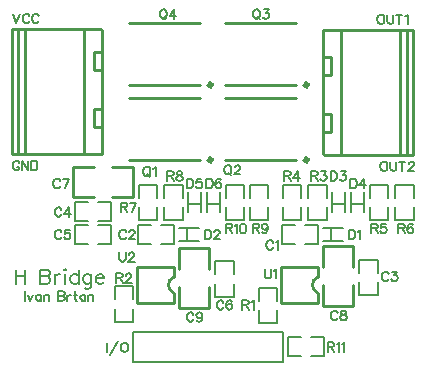
<source format=gto>
G04 ---------------------------- Layer name :TOP SILK LAYER*
G04 EasyEDA v5.6.10, Sun, 08 Jul 2018 18:09:17 GMT*
G04 afe9f61c7a5b4e3abdc74997a70e8aea*
G04 Gerber Generator version 0.2*
G04 Scale: 100 percent, Rotated: No, Reflected: No *
G04 Dimensions in inches *
G04 leading zeros omitted , absolute positions ,2 integer and 4 decimal *
%FSLAX24Y24*%
%MOIN*%
G90*
G70D02*

%ADD10C,0.010000*%
%ADD27C,0.007874*%
%ADD28C,0.007900*%
%ADD29C,0.008000*%
%ADD30C,0.007992*%
%ADD31C,0.015700*%
%ADD32C,0.006000*%
%ADD33C,0.005000*%

%LPD*%
G54D10*
G01X10521Y2200D02*
G01X9300Y2200D01*
G01X9300Y3420D02*
G01X9300Y2200D01*
G01X10521Y3420D02*
G01X9300Y3420D01*
G01X10530Y2200D02*
G01X10530Y2530D01*
G01X10530Y3090D02*
G01X10530Y3420D01*
G01X9771Y6965D02*
G01X7409Y6965D01*
G01X9771Y9035D02*
G01X7409Y9035D01*
G01X6571Y6965D02*
G01X4209Y6965D01*
G01X6571Y9035D02*
G01X4209Y9035D01*
G01X5719Y2200D02*
G01X4500Y2200D01*
G01X4500Y3421D02*
G01X4500Y2200D01*
G01X5719Y3420D02*
G01X4500Y3420D01*
G01X5730Y2200D02*
G01X5730Y2530D01*
G01X5730Y3090D02*
G01X5730Y3420D01*
G01X3305Y11328D02*
G01X3305Y7195D01*
G01X3309Y7195D02*
G01X317Y7195D01*
G01X2730Y11328D02*
G01X2730Y7195D01*
G01X765Y11328D02*
G01X765Y7195D01*
G01X3267Y8683D02*
G01X3053Y8683D01*
G01X3053Y8081D01*
G01X3267Y8081D01*
G01X3278Y10580D02*
G01X3065Y10580D01*
G01X3065Y9978D01*
G01X3278Y9978D01*
G01X305Y11328D02*
G01X305Y7195D01*
G01X517Y11328D02*
G01X517Y7195D01*
G01X3298Y11340D02*
G01X305Y11340D01*
G01X10694Y7171D02*
G01X10694Y11305D01*
G01X10690Y11305D02*
G01X13682Y11305D01*
G01X11268Y7171D02*
G01X11268Y11305D01*
G01X13234Y7171D02*
G01X13234Y11305D01*
G01X10732Y9817D02*
G01X10946Y9817D01*
G01X10946Y10419D01*
G01X10732Y10419D01*
G01X10721Y7920D02*
G01X10934Y7920D01*
G01X10934Y8522D01*
G01X10721Y8522D01*
G01X13694Y7171D02*
G01X13694Y11305D01*
G01X13481Y7171D02*
G01X13481Y11305D01*
G01X10702Y7159D02*
G01X13694Y7159D01*
G54D27*
G01X9164Y1978D02*
G01X9164Y1544D01*
G01X8535Y1544D01*
G01X8535Y1978D01*
G01X9164Y2292D02*
G01X9164Y2726D01*
G01X8771Y2726D01*
G01X8535Y2726D01*
G01X8535Y2292D01*
G01X4365Y2028D02*
G01X4365Y1594D01*
G01X3734Y1594D01*
G01X3734Y2028D01*
G01X4365Y2342D02*
G01X4365Y2776D01*
G01X3971Y2776D01*
G01X3734Y2776D01*
G01X3734Y2342D01*
G54D28*
G01X10960Y4717D02*
G01X10960Y4283D01*
G01X10685Y4717D02*
G01X11355Y4717D01*
G01X10685Y4283D02*
G01X11355Y4283D01*
G54D27*
G01X10072Y4815D02*
G01X10506Y4815D01*
G01X10506Y4185D01*
G01X10072Y4185D01*
G01X9757Y4815D02*
G01X9323Y4815D01*
G01X9323Y4421D01*
G01X9323Y4185D01*
G01X9757Y4185D01*
G54D28*
G01X6161Y4717D02*
G01X6161Y4283D01*
G01X5884Y4717D02*
G01X6555Y4717D01*
G01X5884Y4283D02*
G01X6555Y4283D01*
G54D27*
G01X5271Y4815D02*
G01X5705Y4815D01*
G01X5705Y4185D01*
G01X5271Y4185D01*
G01X4957Y4815D02*
G01X4523Y4815D01*
G01X4523Y4421D01*
G01X4523Y4185D01*
G01X4957Y4185D01*
G54D28*
G01X10982Y5511D02*
G01X11417Y5511D01*
G01X10982Y5235D02*
G01X10982Y5905D01*
G01X11417Y5235D02*
G01X11417Y5905D01*
G54D27*
G01X10185Y5722D02*
G01X10185Y6155D01*
G01X10814Y6155D01*
G01X10814Y5722D01*
G01X10185Y5407D02*
G01X10185Y4974D01*
G01X10578Y4974D01*
G01X10814Y4974D01*
G01X10814Y5407D01*
G01X9335Y5722D02*
G01X9335Y6155D01*
G01X9964Y6155D01*
G01X9964Y5722D01*
G01X9335Y5407D02*
G01X9335Y4974D01*
G01X9728Y4974D01*
G01X9964Y4974D01*
G01X9964Y5407D01*
G01X13085Y5722D02*
G01X13085Y6155D01*
G01X13714Y6155D01*
G01X13714Y5722D01*
G01X13085Y5407D02*
G01X13085Y4974D01*
G01X13478Y4974D01*
G01X13714Y4974D01*
G01X13714Y5407D01*
G54D28*
G01X11632Y5511D02*
G01X12067Y5511D01*
G01X11632Y5235D02*
G01X11632Y5905D01*
G01X12067Y5235D02*
G01X12067Y5905D01*
G54D27*
G01X12235Y5722D02*
G01X12235Y6155D01*
G01X12864Y6155D01*
G01X12864Y5722D01*
G01X12235Y5407D02*
G01X12235Y4974D01*
G01X12628Y4974D01*
G01X12864Y4974D01*
G01X12864Y5407D01*
G54D10*
G01X9771Y9465D02*
G01X7409Y9465D01*
G01X9771Y11535D02*
G01X7409Y11535D01*
G01X6571Y9465D02*
G01X4209Y9465D01*
G01X6571Y11535D02*
G01X4209Y11535D01*
G54D28*
G01X6182Y5511D02*
G01X6617Y5511D01*
G01X6182Y5235D02*
G01X6182Y5905D01*
G01X6617Y5235D02*
G01X6617Y5905D01*
G54D27*
G01X5384Y5722D02*
G01X5384Y6156D01*
G01X6015Y6156D01*
G01X6015Y5722D01*
G01X5384Y5408D02*
G01X5384Y4974D01*
G01X5778Y4974D01*
G01X6015Y4974D01*
G01X6015Y5408D01*
G01X4534Y5722D02*
G01X4534Y6156D01*
G01X5165Y6156D01*
G01X5165Y5722D01*
G01X4534Y5408D02*
G01X4534Y4974D01*
G01X4928Y4974D01*
G01X5165Y4974D01*
G01X5165Y5408D01*
G01X8235Y5722D02*
G01X8235Y6156D01*
G01X8864Y6156D01*
G01X8864Y5722D01*
G01X8235Y5408D02*
G01X8235Y4974D01*
G01X8628Y4974D01*
G01X8864Y4974D01*
G01X8864Y5408D01*
G54D28*
G01X6832Y5511D02*
G01X7267Y5511D01*
G01X6832Y5235D02*
G01X6832Y5905D01*
G01X7267Y5235D02*
G01X7267Y5905D01*
G54D27*
G01X7434Y5722D02*
G01X7434Y6156D01*
G01X8064Y6156D01*
G01X8064Y5722D01*
G01X7434Y5408D02*
G01X7434Y4974D01*
G01X7828Y4974D01*
G01X8064Y4974D01*
G01X8064Y5408D01*
G54D10*
G01X3050Y6750D02*
G01X2350Y6750D01*
G01X2350Y5750D01*
G01X3050Y5750D01*
G01X3650Y5750D02*
G01X4350Y5750D01*
G01X4350Y6750D01*
G01X3650Y6750D01*
G01X10700Y2800D02*
G01X10700Y2100D01*
G01X11700Y2100D01*
G01X11700Y2800D01*
G01X11700Y3400D02*
G01X11700Y4100D01*
G01X10700Y4100D01*
G01X10700Y3400D01*
G01X5900Y2750D02*
G01X5900Y2050D01*
G01X6900Y2050D01*
G01X6900Y2750D01*
G01X6900Y3350D02*
G01X6900Y4050D01*
G01X5900Y4050D01*
G01X5900Y3350D01*
G54D27*
G01X11885Y3222D02*
G01X11885Y3655D01*
G01X12514Y3655D01*
G01X12514Y3222D01*
G01X11885Y2907D02*
G01X11885Y2474D01*
G01X12278Y2474D01*
G01X12514Y2474D01*
G01X12514Y2907D01*
G01X3171Y5565D02*
G01X3605Y5565D01*
G01X3605Y4935D01*
G01X3171Y4935D01*
G01X2857Y5565D02*
G01X2423Y5565D01*
G01X2423Y5171D01*
G01X2423Y4935D01*
G01X2857Y4935D01*
G01X3171Y4815D02*
G01X3605Y4815D01*
G01X3605Y4185D01*
G01X3171Y4185D01*
G01X2857Y4815D02*
G01X2423Y4815D01*
G01X2423Y4421D01*
G01X2423Y4185D01*
G01X2857Y4185D01*
G01X7084Y3172D02*
G01X7084Y3606D01*
G01X7715Y3606D01*
G01X7715Y3172D01*
G01X7084Y2858D02*
G01X7084Y2424D01*
G01X7478Y2424D01*
G01X7715Y2424D01*
G01X7715Y2858D01*
G01X10272Y1065D02*
G01X10705Y1065D01*
G01X10705Y435D01*
G01X10272Y435D01*
G01X9956Y1065D02*
G01X9523Y1065D01*
G01X9523Y671D01*
G01X9523Y435D01*
G01X9956Y435D01*
G54D29*
G01X5100Y1250D02*
G01X4350Y1250D01*
G01X4350Y250D01*
G01X9350Y250D01*
G01X9350Y1250D01*
G54D30*
G01X9350Y1250D02*
G01X5100Y1250D01*
G54D32*
G01X8750Y3350D02*
G01X8750Y3131D01*
G01X8764Y3088D01*
G01X8793Y3059D01*
G01X8836Y3044D01*
G01X8865Y3044D01*
G01X8910Y3059D01*
G01X8939Y3088D01*
G01X8953Y3131D01*
G01X8953Y3350D01*
G01X9050Y3291D02*
G01X9078Y3306D01*
G01X9122Y3350D01*
G01X9122Y3044D01*
G01X7486Y6805D02*
G01X7457Y6790D01*
G01X7428Y6761D01*
G01X7415Y6732D01*
G01X7400Y6688D01*
G01X7400Y6615D01*
G01X7415Y6572D01*
G01X7428Y6543D01*
G01X7457Y6514D01*
G01X7486Y6499D01*
G01X7544Y6499D01*
G01X7575Y6514D01*
G01X7603Y6543D01*
G01X7617Y6572D01*
G01X7632Y6615D01*
G01X7632Y6688D01*
G01X7617Y6732D01*
G01X7603Y6761D01*
G01X7575Y6790D01*
G01X7544Y6805D01*
G01X7486Y6805D01*
G01X7530Y6557D02*
G01X7617Y6470D01*
G01X7742Y6732D02*
G01X7742Y6746D01*
G01X7757Y6775D01*
G01X7771Y6790D01*
G01X7801Y6805D01*
G01X7859Y6805D01*
G01X7888Y6790D01*
G01X7903Y6775D01*
G01X7917Y6746D01*
G01X7917Y6717D01*
G01X7903Y6688D01*
G01X7873Y6645D01*
G01X7728Y6499D01*
G01X7932Y6499D01*
G01X4786Y6750D02*
G01X4757Y6735D01*
G01X4728Y6706D01*
G01X4715Y6676D01*
G01X4700Y6633D01*
G01X4700Y6560D01*
G01X4715Y6517D01*
G01X4728Y6488D01*
G01X4757Y6459D01*
G01X4786Y6444D01*
G01X4844Y6444D01*
G01X4875Y6459D01*
G01X4903Y6488D01*
G01X4917Y6517D01*
G01X4932Y6560D01*
G01X4932Y6633D01*
G01X4917Y6676D01*
G01X4903Y6706D01*
G01X4875Y6735D01*
G01X4844Y6750D01*
G01X4786Y6750D01*
G01X4830Y6501D02*
G01X4917Y6415D01*
G01X5028Y6691D02*
G01X5057Y6706D01*
G01X5101Y6750D01*
G01X5101Y6444D01*
G01X3900Y3900D02*
G01X3900Y3681D01*
G01X3915Y3638D01*
G01X3944Y3609D01*
G01X3986Y3594D01*
G01X4015Y3594D01*
G01X4059Y3609D01*
G01X4088Y3638D01*
G01X4103Y3681D01*
G01X4103Y3900D01*
G01X4213Y3826D02*
G01X4213Y3841D01*
G01X4228Y3870D01*
G01X4242Y3885D01*
G01X4271Y3900D01*
G01X4330Y3900D01*
G01X4359Y3885D01*
G01X4373Y3870D01*
G01X4388Y3841D01*
G01X4388Y3812D01*
G01X4373Y3783D01*
G01X4344Y3740D01*
G01X4200Y3594D01*
G01X4403Y3594D01*
G01X8000Y2300D02*
G01X8000Y1994D01*
G01X8000Y2300D02*
G01X8131Y2300D01*
G01X8175Y2285D01*
G01X8189Y2270D01*
G01X8203Y2241D01*
G01X8203Y2212D01*
G01X8189Y2183D01*
G01X8175Y2169D01*
G01X8131Y2153D01*
G01X8000Y2153D01*
G01X8102Y2153D02*
G01X8203Y1994D01*
G01X8300Y2241D02*
G01X8328Y2256D01*
G01X8372Y2300D01*
G01X8372Y1994D01*
G01X3800Y3200D02*
G01X3800Y2894D01*
G01X3800Y3200D02*
G01X3930Y3200D01*
G01X3975Y3185D01*
G01X3988Y3170D01*
G01X4003Y3141D01*
G01X4003Y3112D01*
G01X3988Y3083D01*
G01X3975Y3069D01*
G01X3930Y3053D01*
G01X3800Y3053D01*
G01X3901Y3053D02*
G01X4003Y2894D01*
G01X4113Y3126D02*
G01X4113Y3141D01*
G01X4128Y3170D01*
G01X4142Y3185D01*
G01X4171Y3200D01*
G01X4230Y3200D01*
G01X4259Y3185D01*
G01X4273Y3170D01*
G01X4288Y3141D01*
G01X4288Y3112D01*
G01X4273Y3083D01*
G01X4244Y3040D01*
G01X4100Y2894D01*
G01X4303Y2894D01*
G01X11550Y4650D02*
G01X11550Y4344D01*
G01X11550Y4650D02*
G01X11652Y4650D01*
G01X11694Y4635D01*
G01X11725Y4606D01*
G01X11739Y4576D01*
G01X11753Y4533D01*
G01X11753Y4460D01*
G01X11739Y4417D01*
G01X11725Y4388D01*
G01X11694Y4359D01*
G01X11652Y4344D01*
G01X11550Y4344D01*
G01X11850Y4591D02*
G01X11878Y4606D01*
G01X11922Y4650D01*
G01X11922Y4344D01*
G01X9018Y4226D02*
G01X9003Y4256D01*
G01X8975Y4285D01*
G01X8944Y4300D01*
G01X8886Y4300D01*
G01X8857Y4285D01*
G01X8828Y4256D01*
G01X8814Y4226D01*
G01X8800Y4183D01*
G01X8800Y4110D01*
G01X8814Y4067D01*
G01X8828Y4038D01*
G01X8857Y4009D01*
G01X8886Y3994D01*
G01X8944Y3994D01*
G01X8975Y4009D01*
G01X9003Y4038D01*
G01X9018Y4067D01*
G01X9114Y4241D02*
G01X9143Y4256D01*
G01X9186Y4300D01*
G01X9186Y3994D01*
G01X6750Y4650D02*
G01X6750Y4344D01*
G01X6750Y4650D02*
G01X6851Y4650D01*
G01X6894Y4635D01*
G01X6925Y4606D01*
G01X6938Y4576D01*
G01X6953Y4533D01*
G01X6953Y4460D01*
G01X6938Y4417D01*
G01X6925Y4388D01*
G01X6894Y4359D01*
G01X6851Y4344D01*
G01X6750Y4344D01*
G01X7063Y4576D02*
G01X7063Y4591D01*
G01X7078Y4620D01*
G01X7092Y4635D01*
G01X7121Y4650D01*
G01X7180Y4650D01*
G01X7209Y4635D01*
G01X7223Y4620D01*
G01X7238Y4591D01*
G01X7238Y4562D01*
G01X7223Y4533D01*
G01X7194Y4490D01*
G01X7050Y4344D01*
G01X7253Y4344D01*
G01X4117Y4576D02*
G01X4103Y4606D01*
G01X4075Y4635D01*
G01X4044Y4650D01*
G01X3986Y4650D01*
G01X3957Y4635D01*
G01X3928Y4606D01*
G01X3915Y4576D01*
G01X3900Y4533D01*
G01X3900Y4460D01*
G01X3915Y4417D01*
G01X3928Y4388D01*
G01X3957Y4359D01*
G01X3986Y4344D01*
G01X4044Y4344D01*
G01X4075Y4359D01*
G01X4103Y4388D01*
G01X4117Y4417D01*
G01X4228Y4576D02*
G01X4228Y4591D01*
G01X4242Y4620D01*
G01X4257Y4635D01*
G01X4286Y4650D01*
G01X4344Y4650D01*
G01X4373Y4635D01*
G01X4388Y4620D01*
G01X4403Y4591D01*
G01X4403Y4562D01*
G01X4388Y4533D01*
G01X4359Y4490D01*
G01X4213Y4344D01*
G01X4417Y4344D01*
G01X10950Y6600D02*
G01X10950Y6294D01*
G01X10950Y6600D02*
G01X11052Y6600D01*
G01X11094Y6585D01*
G01X11125Y6556D01*
G01X11139Y6526D01*
G01X11153Y6483D01*
G01X11153Y6410D01*
G01X11139Y6367D01*
G01X11125Y6338D01*
G01X11094Y6309D01*
G01X11052Y6294D01*
G01X10950Y6294D01*
G01X11278Y6600D02*
G01X11439Y6600D01*
G01X11351Y6483D01*
G01X11394Y6483D01*
G01X11423Y6469D01*
G01X11439Y6453D01*
G01X11452Y6410D01*
G01X11452Y6381D01*
G01X11439Y6338D01*
G01X11410Y6309D01*
G01X11365Y6294D01*
G01X11322Y6294D01*
G01X11278Y6309D01*
G01X11264Y6323D01*
G01X11250Y6351D01*
G01X10300Y6600D02*
G01X10300Y6294D01*
G01X10300Y6600D02*
G01X10431Y6600D01*
G01X10475Y6585D01*
G01X10489Y6570D01*
G01X10503Y6541D01*
G01X10503Y6512D01*
G01X10489Y6483D01*
G01X10475Y6469D01*
G01X10431Y6453D01*
G01X10300Y6453D01*
G01X10402Y6453D02*
G01X10503Y6294D01*
G01X10628Y6600D02*
G01X10789Y6600D01*
G01X10701Y6483D01*
G01X10744Y6483D01*
G01X10773Y6469D01*
G01X10789Y6453D01*
G01X10802Y6410D01*
G01X10802Y6381D01*
G01X10789Y6338D01*
G01X10760Y6309D01*
G01X10715Y6294D01*
G01X10672Y6294D01*
G01X10628Y6309D01*
G01X10614Y6323D01*
G01X10600Y6351D01*
G01X9400Y6600D02*
G01X9400Y6294D01*
G01X9400Y6600D02*
G01X9531Y6600D01*
G01X9575Y6585D01*
G01X9589Y6570D01*
G01X9603Y6541D01*
G01X9603Y6512D01*
G01X9589Y6483D01*
G01X9575Y6469D01*
G01X9531Y6453D01*
G01X9400Y6453D01*
G01X9502Y6453D02*
G01X9603Y6294D01*
G01X9844Y6600D02*
G01X9700Y6396D01*
G01X9918Y6396D01*
G01X9844Y6600D02*
G01X9844Y6294D01*
G01X13200Y4850D02*
G01X13200Y4544D01*
G01X13200Y4850D02*
G01X13331Y4850D01*
G01X13375Y4835D01*
G01X13389Y4820D01*
G01X13403Y4791D01*
G01X13403Y4762D01*
G01X13389Y4733D01*
G01X13375Y4719D01*
G01X13331Y4703D01*
G01X13200Y4703D01*
G01X13302Y4703D02*
G01X13403Y4544D01*
G01X13673Y4806D02*
G01X13660Y4835D01*
G01X13615Y4850D01*
G01X13586Y4850D01*
G01X13543Y4835D01*
G01X13514Y4791D01*
G01X13500Y4719D01*
G01X13500Y4646D01*
G01X13514Y4588D01*
G01X13543Y4559D01*
G01X13586Y4544D01*
G01X13601Y4544D01*
G01X13644Y4559D01*
G01X13673Y4588D01*
G01X13689Y4631D01*
G01X13689Y4646D01*
G01X13673Y4690D01*
G01X13644Y4719D01*
G01X13601Y4733D01*
G01X13586Y4733D01*
G01X13543Y4719D01*
G01X13514Y4690D01*
G01X13500Y4646D01*
G01X11600Y6350D02*
G01X11600Y6044D01*
G01X11600Y6350D02*
G01X11702Y6350D01*
G01X11744Y6335D01*
G01X11775Y6306D01*
G01X11789Y6276D01*
G01X11803Y6233D01*
G01X11803Y6160D01*
G01X11789Y6117D01*
G01X11775Y6088D01*
G01X11744Y6059D01*
G01X11702Y6044D01*
G01X11600Y6044D01*
G01X12044Y6350D02*
G01X11900Y6146D01*
G01X12118Y6146D01*
G01X12044Y6350D02*
G01X12044Y6044D01*
G01X12300Y4850D02*
G01X12300Y4544D01*
G01X12300Y4850D02*
G01X12431Y4850D01*
G01X12475Y4835D01*
G01X12489Y4820D01*
G01X12503Y4791D01*
G01X12503Y4762D01*
G01X12489Y4733D01*
G01X12475Y4719D01*
G01X12431Y4703D01*
G01X12300Y4703D01*
G01X12402Y4703D02*
G01X12503Y4544D01*
G01X12773Y4850D02*
G01X12628Y4850D01*
G01X12614Y4719D01*
G01X12628Y4733D01*
G01X12672Y4748D01*
G01X12715Y4748D01*
G01X12760Y4733D01*
G01X12789Y4703D01*
G01X12802Y4660D01*
G01X12802Y4631D01*
G01X12789Y4588D01*
G01X12760Y4559D01*
G01X12715Y4544D01*
G01X12672Y4544D01*
G01X12628Y4559D01*
G01X12614Y4573D01*
G01X12600Y4601D01*
G54D33*
G01X8436Y12000D02*
G01X8407Y11985D01*
G01X8378Y11956D01*
G01X8364Y11926D01*
G01X8350Y11883D01*
G01X8350Y11810D01*
G01X8364Y11767D01*
G01X8378Y11738D01*
G01X8407Y11709D01*
G01X8436Y11694D01*
G01X8494Y11694D01*
G01X8525Y11709D01*
G01X8553Y11738D01*
G01X8568Y11767D01*
G01X8582Y11810D01*
G01X8582Y11883D01*
G01X8568Y11926D01*
G01X8553Y11956D01*
G01X8525Y11985D01*
G01X8494Y12000D01*
G01X8436Y12000D01*
G01X8481Y11751D02*
G01X8568Y11665D01*
G01X8707Y12000D02*
G01X8868Y12000D01*
G01X8781Y11883D01*
G01X8823Y11883D01*
G01X8852Y11869D01*
G01X8868Y11853D01*
G01X8881Y11810D01*
G01X8881Y11781D01*
G01X8868Y11738D01*
G01X8839Y11709D01*
G01X8794Y11694D01*
G01X8751Y11694D01*
G01X8707Y11709D01*
G01X8693Y11723D01*
G01X8678Y11751D01*
G54D32*
G01X5336Y12000D02*
G01X5307Y11985D01*
G01X5278Y11956D01*
G01X5265Y11926D01*
G01X5250Y11883D01*
G01X5250Y11810D01*
G01X5265Y11767D01*
G01X5278Y11738D01*
G01X5307Y11709D01*
G01X5336Y11694D01*
G01X5394Y11694D01*
G01X5425Y11709D01*
G01X5453Y11738D01*
G01X5467Y11767D01*
G01X5482Y11810D01*
G01X5482Y11883D01*
G01X5467Y11926D01*
G01X5453Y11956D01*
G01X5425Y11985D01*
G01X5394Y12000D01*
G01X5336Y12000D01*
G01X5380Y11751D02*
G01X5467Y11665D01*
G01X5723Y12000D02*
G01X5578Y11796D01*
G01X5796Y11796D01*
G01X5723Y12000D02*
G01X5723Y11694D01*
G01X6150Y6350D02*
G01X6150Y6044D01*
G01X6150Y6350D02*
G01X6251Y6350D01*
G01X6294Y6335D01*
G01X6325Y6306D01*
G01X6338Y6276D01*
G01X6353Y6233D01*
G01X6353Y6160D01*
G01X6338Y6117D01*
G01X6325Y6088D01*
G01X6294Y6059D01*
G01X6251Y6044D01*
G01X6150Y6044D01*
G01X6623Y6350D02*
G01X6478Y6350D01*
G01X6463Y6219D01*
G01X6478Y6233D01*
G01X6521Y6248D01*
G01X6565Y6248D01*
G01X6609Y6233D01*
G01X6638Y6203D01*
G01X6653Y6160D01*
G01X6653Y6131D01*
G01X6638Y6088D01*
G01X6609Y6059D01*
G01X6565Y6044D01*
G01X6521Y6044D01*
G01X6478Y6059D01*
G01X6463Y6073D01*
G01X6450Y6101D01*
G01X5500Y6600D02*
G01X5500Y6294D01*
G01X5500Y6600D02*
G01X5630Y6600D01*
G01X5675Y6585D01*
G01X5688Y6570D01*
G01X5703Y6541D01*
G01X5703Y6512D01*
G01X5688Y6483D01*
G01X5675Y6469D01*
G01X5630Y6453D01*
G01X5500Y6453D01*
G01X5601Y6453D02*
G01X5703Y6294D01*
G01X5871Y6600D02*
G01X5828Y6585D01*
G01X5813Y6556D01*
G01X5813Y6526D01*
G01X5828Y6498D01*
G01X5857Y6483D01*
G01X5915Y6469D01*
G01X5959Y6453D01*
G01X5988Y6425D01*
G01X6003Y6396D01*
G01X6003Y6351D01*
G01X5988Y6323D01*
G01X5973Y6309D01*
G01X5930Y6294D01*
G01X5871Y6294D01*
G01X5828Y6309D01*
G01X5813Y6323D01*
G01X5800Y6351D01*
G01X5800Y6396D01*
G01X5813Y6425D01*
G01X5842Y6453D01*
G01X5886Y6469D01*
G01X5944Y6483D01*
G01X5973Y6498D01*
G01X5988Y6526D01*
G01X5988Y6556D01*
G01X5973Y6585D01*
G01X5930Y6600D01*
G01X5871Y6600D01*
G01X3950Y5550D02*
G01X3950Y5244D01*
G01X3950Y5550D02*
G01X4080Y5550D01*
G01X4125Y5535D01*
G01X4138Y5520D01*
G01X4153Y5491D01*
G01X4153Y5462D01*
G01X4138Y5433D01*
G01X4125Y5419D01*
G01X4080Y5403D01*
G01X3950Y5403D01*
G01X4051Y5403D02*
G01X4153Y5244D01*
G01X4453Y5550D02*
G01X4307Y5244D01*
G01X4250Y5550D02*
G01X4453Y5550D01*
G01X8350Y4850D02*
G01X8350Y4544D01*
G01X8350Y4850D02*
G01X8481Y4850D01*
G01X8525Y4835D01*
G01X8539Y4820D01*
G01X8553Y4791D01*
G01X8553Y4762D01*
G01X8539Y4733D01*
G01X8525Y4719D01*
G01X8481Y4703D01*
G01X8350Y4703D01*
G01X8452Y4703D02*
G01X8553Y4544D01*
G01X8839Y4748D02*
G01X8823Y4703D01*
G01X8794Y4675D01*
G01X8751Y4660D01*
G01X8736Y4660D01*
G01X8693Y4675D01*
G01X8664Y4703D01*
G01X8650Y4748D01*
G01X8650Y4762D01*
G01X8664Y4806D01*
G01X8693Y4835D01*
G01X8736Y4850D01*
G01X8751Y4850D01*
G01X8794Y4835D01*
G01X8823Y4806D01*
G01X8839Y4748D01*
G01X8839Y4675D01*
G01X8823Y4601D01*
G01X8794Y4559D01*
G01X8751Y4544D01*
G01X8722Y4544D01*
G01X8678Y4559D01*
G01X8664Y4588D01*
G01X6800Y6350D02*
G01X6800Y6044D01*
G01X6800Y6350D02*
G01X6901Y6350D01*
G01X6944Y6335D01*
G01X6975Y6306D01*
G01X6988Y6276D01*
G01X7003Y6233D01*
G01X7003Y6160D01*
G01X6988Y6117D01*
G01X6975Y6088D01*
G01X6944Y6059D01*
G01X6901Y6044D01*
G01X6800Y6044D01*
G01X7273Y6306D02*
G01X7259Y6335D01*
G01X7215Y6350D01*
G01X7186Y6350D01*
G01X7142Y6335D01*
G01X7113Y6291D01*
G01X7100Y6219D01*
G01X7100Y6146D01*
G01X7113Y6088D01*
G01X7142Y6059D01*
G01X7186Y6044D01*
G01X7201Y6044D01*
G01X7244Y6059D01*
G01X7273Y6088D01*
G01X7288Y6131D01*
G01X7288Y6146D01*
G01X7273Y6190D01*
G01X7244Y6219D01*
G01X7201Y6233D01*
G01X7186Y6233D01*
G01X7142Y6219D01*
G01X7113Y6190D01*
G01X7100Y6146D01*
G01X7450Y4850D02*
G01X7450Y4544D01*
G01X7450Y4850D02*
G01X7580Y4850D01*
G01X7625Y4835D01*
G01X7638Y4820D01*
G01X7653Y4791D01*
G01X7653Y4762D01*
G01X7638Y4733D01*
G01X7625Y4719D01*
G01X7580Y4703D01*
G01X7450Y4703D01*
G01X7551Y4703D02*
G01X7653Y4544D01*
G01X7750Y4791D02*
G01X7778Y4806D01*
G01X7821Y4850D01*
G01X7821Y4544D01*
G01X8006Y4850D02*
G01X7961Y4835D01*
G01X7932Y4791D01*
G01X7917Y4719D01*
G01X7917Y4675D01*
G01X7932Y4601D01*
G01X7961Y4559D01*
G01X8006Y4544D01*
G01X8035Y4544D01*
G01X8077Y4559D01*
G01X8106Y4601D01*
G01X8122Y4675D01*
G01X8122Y4719D01*
G01X8106Y4791D01*
G01X8077Y4835D01*
G01X8035Y4850D01*
G01X8006Y4850D01*
G01X1917Y6276D02*
G01X1903Y6306D01*
G01X1875Y6335D01*
G01X1844Y6350D01*
G01X1786Y6350D01*
G01X1757Y6335D01*
G01X1728Y6306D01*
G01X1715Y6276D01*
G01X1700Y6233D01*
G01X1700Y6160D01*
G01X1715Y6117D01*
G01X1728Y6088D01*
G01X1757Y6059D01*
G01X1786Y6044D01*
G01X1844Y6044D01*
G01X1875Y6059D01*
G01X1903Y6088D01*
G01X1917Y6117D01*
G01X2217Y6350D02*
G01X2071Y6044D01*
G01X2013Y6350D02*
G01X2217Y6350D01*
G01X11168Y1876D02*
G01X11153Y1906D01*
G01X11125Y1935D01*
G01X11094Y1950D01*
G01X11036Y1950D01*
G01X11007Y1935D01*
G01X10978Y1906D01*
G01X10964Y1876D01*
G01X10950Y1833D01*
G01X10950Y1760D01*
G01X10964Y1717D01*
G01X10978Y1688D01*
G01X11007Y1659D01*
G01X11036Y1644D01*
G01X11094Y1644D01*
G01X11125Y1659D01*
G01X11153Y1688D01*
G01X11168Y1717D01*
G01X11336Y1950D02*
G01X11293Y1935D01*
G01X11278Y1906D01*
G01X11278Y1876D01*
G01X11293Y1848D01*
G01X11322Y1833D01*
G01X11381Y1819D01*
G01X11423Y1803D01*
G01X11452Y1775D01*
G01X11468Y1746D01*
G01X11468Y1701D01*
G01X11452Y1673D01*
G01X11439Y1659D01*
G01X11394Y1644D01*
G01X11336Y1644D01*
G01X11293Y1659D01*
G01X11278Y1673D01*
G01X11264Y1701D01*
G01X11264Y1746D01*
G01X11278Y1775D01*
G01X11307Y1803D01*
G01X11351Y1819D01*
G01X11410Y1833D01*
G01X11439Y1848D01*
G01X11452Y1876D01*
G01X11452Y1906D01*
G01X11439Y1935D01*
G01X11394Y1950D01*
G01X11336Y1950D01*
G01X6367Y1826D02*
G01X6353Y1856D01*
G01X6325Y1885D01*
G01X6294Y1900D01*
G01X6236Y1900D01*
G01X6207Y1885D01*
G01X6178Y1856D01*
G01X6165Y1826D01*
G01X6150Y1783D01*
G01X6150Y1710D01*
G01X6165Y1667D01*
G01X6178Y1638D01*
G01X6207Y1609D01*
G01X6236Y1594D01*
G01X6294Y1594D01*
G01X6325Y1609D01*
G01X6353Y1638D01*
G01X6367Y1667D01*
G01X6653Y1798D02*
G01X6638Y1753D01*
G01X6609Y1725D01*
G01X6565Y1710D01*
G01X6551Y1710D01*
G01X6507Y1725D01*
G01X6478Y1753D01*
G01X6463Y1798D01*
G01X6463Y1812D01*
G01X6478Y1856D01*
G01X6507Y1885D01*
G01X6551Y1900D01*
G01X6565Y1900D01*
G01X6609Y1885D01*
G01X6638Y1856D01*
G01X6653Y1798D01*
G01X6653Y1725D01*
G01X6638Y1651D01*
G01X6609Y1609D01*
G01X6565Y1594D01*
G01X6536Y1594D01*
G01X6492Y1609D01*
G01X6478Y1638D01*
G01X12868Y3176D02*
G01X12853Y3206D01*
G01X12825Y3235D01*
G01X12794Y3250D01*
G01X12736Y3250D01*
G01X12707Y3235D01*
G01X12678Y3206D01*
G01X12664Y3176D01*
G01X12650Y3133D01*
G01X12650Y3060D01*
G01X12664Y3017D01*
G01X12678Y2988D01*
G01X12707Y2959D01*
G01X12736Y2944D01*
G01X12794Y2944D01*
G01X12825Y2959D01*
G01X12853Y2988D01*
G01X12868Y3017D01*
G01X12993Y3250D02*
G01X13152Y3250D01*
G01X13065Y3133D01*
G01X13110Y3133D01*
G01X13139Y3119D01*
G01X13152Y3103D01*
G01X13168Y3060D01*
G01X13168Y3031D01*
G01X13152Y2988D01*
G01X13123Y2959D01*
G01X13081Y2944D01*
G01X13036Y2944D01*
G01X12993Y2959D01*
G01X12978Y2973D01*
G01X12964Y3001D01*
G01X1967Y5326D02*
G01X1953Y5356D01*
G01X1925Y5385D01*
G01X1894Y5400D01*
G01X1836Y5400D01*
G01X1807Y5385D01*
G01X1778Y5356D01*
G01X1765Y5326D01*
G01X1750Y5283D01*
G01X1750Y5210D01*
G01X1765Y5167D01*
G01X1778Y5138D01*
G01X1807Y5109D01*
G01X1836Y5094D01*
G01X1894Y5094D01*
G01X1925Y5109D01*
G01X1953Y5138D01*
G01X1967Y5167D01*
G01X2209Y5400D02*
G01X2063Y5196D01*
G01X2282Y5196D01*
G01X2209Y5400D02*
G01X2209Y5094D01*
G01X1967Y4576D02*
G01X1953Y4606D01*
G01X1925Y4635D01*
G01X1894Y4650D01*
G01X1836Y4650D01*
G01X1807Y4635D01*
G01X1778Y4606D01*
G01X1765Y4576D01*
G01X1750Y4533D01*
G01X1750Y4460D01*
G01X1765Y4417D01*
G01X1778Y4388D01*
G01X1807Y4359D01*
G01X1836Y4344D01*
G01X1894Y4344D01*
G01X1925Y4359D01*
G01X1953Y4388D01*
G01X1967Y4417D01*
G01X2238Y4650D02*
G01X2092Y4650D01*
G01X2078Y4519D01*
G01X2092Y4533D01*
G01X2136Y4548D01*
G01X2180Y4548D01*
G01X2223Y4533D01*
G01X2253Y4503D01*
G01X2267Y4460D01*
G01X2267Y4431D01*
G01X2253Y4388D01*
G01X2223Y4359D01*
G01X2180Y4344D01*
G01X2136Y4344D01*
G01X2092Y4359D01*
G01X2078Y4373D01*
G01X2063Y4401D01*
G01X7367Y2226D02*
G01X7353Y2256D01*
G01X7325Y2285D01*
G01X7294Y2300D01*
G01X7236Y2300D01*
G01X7207Y2285D01*
G01X7178Y2256D01*
G01X7165Y2226D01*
G01X7150Y2183D01*
G01X7150Y2110D01*
G01X7165Y2067D01*
G01X7178Y2038D01*
G01X7207Y2009D01*
G01X7236Y1994D01*
G01X7294Y1994D01*
G01X7325Y2009D01*
G01X7353Y2038D01*
G01X7367Y2067D01*
G01X7638Y2256D02*
G01X7623Y2285D01*
G01X7580Y2300D01*
G01X7551Y2300D01*
G01X7507Y2285D01*
G01X7478Y2241D01*
G01X7463Y2169D01*
G01X7463Y2096D01*
G01X7478Y2038D01*
G01X7507Y2009D01*
G01X7551Y1994D01*
G01X7565Y1994D01*
G01X7609Y2009D01*
G01X7638Y2038D01*
G01X7653Y2081D01*
G01X7653Y2096D01*
G01X7638Y2140D01*
G01X7609Y2169D01*
G01X7565Y2183D01*
G01X7551Y2183D01*
G01X7507Y2169D01*
G01X7478Y2140D01*
G01X7463Y2096D01*
G01X10850Y900D02*
G01X10850Y594D01*
G01X10850Y900D02*
G01X10981Y900D01*
G01X11025Y885D01*
G01X11039Y870D01*
G01X11053Y841D01*
G01X11053Y812D01*
G01X11039Y783D01*
G01X11025Y769D01*
G01X10981Y753D01*
G01X10850Y753D01*
G01X10952Y753D02*
G01X11053Y594D01*
G01X11150Y841D02*
G01X11178Y856D01*
G01X11222Y900D01*
G01X11222Y594D01*
G01X11318Y841D02*
G01X11347Y856D01*
G01X11390Y900D01*
G01X11390Y594D01*
G01X3500Y891D02*
G01X3500Y585D01*
G01X3857Y949D02*
G01X3596Y483D01*
G01X4040Y891D02*
G01X4011Y876D01*
G01X3982Y847D01*
G01X3967Y818D01*
G01X3953Y774D01*
G01X3953Y701D01*
G01X3967Y658D01*
G01X3982Y629D01*
G01X4011Y600D01*
G01X4040Y585D01*
G01X4098Y585D01*
G01X4128Y600D01*
G01X4157Y629D01*
G01X4171Y658D01*
G01X4186Y701D01*
G01X4186Y774D01*
G01X4171Y818D01*
G01X4157Y847D01*
G01X4128Y876D01*
G01X4098Y891D01*
G01X4040Y891D01*
G54D29*
G01X450Y3328D02*
G01X450Y2850D01*
G01X767Y3328D02*
G01X767Y2850D01*
G01X450Y3100D02*
G01X767Y3100D01*
G01X1267Y3328D02*
G01X1267Y2850D01*
G01X1267Y3328D02*
G01X1473Y3328D01*
G01X1540Y3305D01*
G01X1563Y3282D01*
G01X1586Y3237D01*
G01X1586Y3191D01*
G01X1563Y3146D01*
G01X1540Y3123D01*
G01X1473Y3100D01*
G01X1267Y3100D02*
G01X1473Y3100D01*
G01X1540Y3078D01*
G01X1563Y3055D01*
G01X1586Y3010D01*
G01X1586Y2941D01*
G01X1563Y2896D01*
G01X1540Y2873D01*
G01X1473Y2850D01*
G01X1267Y2850D01*
G01X1736Y3169D02*
G01X1736Y2850D01*
G01X1736Y3032D02*
G01X1759Y3100D01*
G01X1805Y3146D01*
G01X1850Y3169D01*
G01X1917Y3169D01*
G01X2067Y3328D02*
G01X2090Y3305D01*
G01X2113Y3328D01*
G01X2090Y3350D01*
G01X2067Y3328D01*
G01X2090Y3169D02*
G01X2090Y2850D01*
G01X2536Y3328D02*
G01X2536Y2850D01*
G01X2536Y3100D02*
G01X2490Y3146D01*
G01X2444Y3169D01*
G01X2376Y3169D01*
G01X2332Y3146D01*
G01X2286Y3100D01*
G01X2263Y3032D01*
G01X2263Y2987D01*
G01X2286Y2919D01*
G01X2332Y2873D01*
G01X2376Y2850D01*
G01X2444Y2850D01*
G01X2490Y2873D01*
G01X2536Y2919D01*
G01X2959Y3169D02*
G01X2959Y2805D01*
G01X2936Y2737D01*
G01X2913Y2714D01*
G01X2867Y2691D01*
G01X2800Y2691D01*
G01X2755Y2714D01*
G01X2959Y3100D02*
G01X2913Y3146D01*
G01X2867Y3169D01*
G01X2800Y3169D01*
G01X2755Y3146D01*
G01X2709Y3100D01*
G01X2686Y3032D01*
G01X2686Y2987D01*
G01X2709Y2919D01*
G01X2755Y2873D01*
G01X2800Y2850D01*
G01X2867Y2850D01*
G01X2913Y2873D01*
G01X2959Y2919D01*
G01X3109Y3032D02*
G01X3382Y3032D01*
G01X3382Y3078D01*
G01X3359Y3123D01*
G01X3336Y3146D01*
G01X3290Y3169D01*
G01X3223Y3169D01*
G01X3176Y3146D01*
G01X3132Y3100D01*
G01X3109Y3032D01*
G01X3109Y2987D01*
G01X3132Y2919D01*
G01X3176Y2873D01*
G01X3223Y2850D01*
G01X3290Y2850D01*
G01X3336Y2873D01*
G01X3382Y2919D01*
G54D32*
G01X750Y2599D02*
G01X750Y2293D01*
G01X846Y2497D02*
G01X932Y2293D01*
G01X1021Y2497D02*
G01X932Y2293D01*
G01X1290Y2497D02*
G01X1290Y2293D01*
G01X1290Y2453D02*
G01X1261Y2482D01*
G01X1232Y2497D01*
G01X1188Y2497D01*
G01X1159Y2482D01*
G01X1130Y2453D01*
G01X1117Y2409D01*
G01X1117Y2380D01*
G01X1130Y2337D01*
G01X1159Y2308D01*
G01X1188Y2293D01*
G01X1232Y2293D01*
G01X1261Y2308D01*
G01X1290Y2337D01*
G01X1386Y2497D02*
G01X1386Y2293D01*
G01X1386Y2439D02*
G01X1430Y2482D01*
G01X1459Y2497D01*
G01X1503Y2497D01*
G01X1532Y2482D01*
G01X1546Y2439D01*
G01X1546Y2293D01*
G01X1867Y2599D02*
G01X1867Y2293D01*
G01X1867Y2599D02*
G01X1998Y2599D01*
G01X2042Y2584D01*
G01X2055Y2569D01*
G01X2071Y2540D01*
G01X2071Y2511D01*
G01X2055Y2482D01*
G01X2042Y2468D01*
G01X1998Y2453D01*
G01X1867Y2453D02*
G01X1998Y2453D01*
G01X2042Y2439D01*
G01X2055Y2424D01*
G01X2071Y2395D01*
G01X2071Y2351D01*
G01X2055Y2322D01*
G01X2042Y2308D01*
G01X1998Y2293D01*
G01X1867Y2293D01*
G01X2167Y2497D02*
G01X2167Y2293D01*
G01X2167Y2409D02*
G01X2180Y2453D01*
G01X2209Y2482D01*
G01X2238Y2497D01*
G01X2282Y2497D01*
G01X2423Y2599D02*
G01X2423Y2351D01*
G01X2436Y2308D01*
G01X2465Y2293D01*
G01X2494Y2293D01*
G01X2378Y2497D02*
G01X2480Y2497D01*
G01X2765Y2497D02*
G01X2765Y2293D01*
G01X2765Y2453D02*
G01X2736Y2482D01*
G01X2707Y2497D01*
G01X2663Y2497D01*
G01X2634Y2482D01*
G01X2605Y2453D01*
G01X2590Y2409D01*
G01X2590Y2380D01*
G01X2605Y2337D01*
G01X2634Y2308D01*
G01X2663Y2293D01*
G01X2707Y2293D01*
G01X2736Y2308D01*
G01X2765Y2337D01*
G01X2861Y2497D02*
G01X2861Y2293D01*
G01X2861Y2439D02*
G01X2905Y2482D01*
G01X2934Y2497D01*
G01X2978Y2497D01*
G01X3007Y2482D01*
G01X3021Y2439D01*
G01X3021Y2293D01*
G01X350Y11850D02*
G01X465Y11544D01*
G01X582Y11850D02*
G01X465Y11544D01*
G01X896Y11776D02*
G01X882Y11806D01*
G01X853Y11835D01*
G01X823Y11850D01*
G01X765Y11850D01*
G01X736Y11835D01*
G01X707Y11806D01*
G01X692Y11776D01*
G01X678Y11733D01*
G01X678Y11660D01*
G01X692Y11617D01*
G01X707Y11588D01*
G01X736Y11559D01*
G01X765Y11544D01*
G01X823Y11544D01*
G01X853Y11559D01*
G01X882Y11588D01*
G01X896Y11617D01*
G01X1211Y11776D02*
G01X1196Y11806D01*
G01X1167Y11835D01*
G01X1138Y11850D01*
G01X1080Y11850D01*
G01X1051Y11835D01*
G01X1021Y11806D01*
G01X1007Y11776D01*
G01X992Y11733D01*
G01X992Y11660D01*
G01X1007Y11617D01*
G01X1021Y11588D01*
G01X1051Y11559D01*
G01X1080Y11544D01*
G01X1138Y11544D01*
G01X1167Y11559D01*
G01X1196Y11588D01*
G01X1211Y11617D01*
G01X567Y6876D02*
G01X553Y6906D01*
G01X525Y6935D01*
G01X494Y6950D01*
G01X436Y6950D01*
G01X407Y6935D01*
G01X378Y6906D01*
G01X365Y6876D01*
G01X350Y6833D01*
G01X350Y6760D01*
G01X365Y6717D01*
G01X378Y6688D01*
G01X407Y6659D01*
G01X436Y6644D01*
G01X494Y6644D01*
G01X525Y6659D01*
G01X553Y6688D01*
G01X567Y6717D01*
G01X567Y6760D01*
G01X494Y6760D02*
G01X567Y6760D01*
G01X663Y6950D02*
G01X663Y6644D01*
G01X663Y6950D02*
G01X867Y6644D01*
G01X867Y6950D02*
G01X867Y6644D01*
G01X963Y6950D02*
G01X963Y6644D01*
G01X963Y6950D02*
G01X1065Y6950D01*
G01X1109Y6935D01*
G01X1138Y6906D01*
G01X1153Y6876D01*
G01X1167Y6833D01*
G01X1167Y6760D01*
G01X1153Y6717D01*
G01X1138Y6688D01*
G01X1109Y6659D01*
G01X1065Y6644D01*
G01X963Y6644D01*
G01X12586Y11825D02*
G01X12557Y11810D01*
G01X12528Y11781D01*
G01X12514Y11751D01*
G01X12500Y11708D01*
G01X12500Y11635D01*
G01X12514Y11592D01*
G01X12528Y11563D01*
G01X12557Y11534D01*
G01X12586Y11519D01*
G01X12644Y11519D01*
G01X12675Y11534D01*
G01X12703Y11563D01*
G01X12718Y11592D01*
G01X12732Y11635D01*
G01X12732Y11708D01*
G01X12718Y11751D01*
G01X12703Y11781D01*
G01X12675Y11810D01*
G01X12644Y11825D01*
G01X12586Y11825D01*
G01X12828Y11825D02*
G01X12828Y11606D01*
G01X12843Y11563D01*
G01X12872Y11534D01*
G01X12915Y11519D01*
G01X12944Y11519D01*
G01X12989Y11534D01*
G01X13018Y11563D01*
G01X13031Y11606D01*
G01X13031Y11825D01*
G01X13230Y11825D02*
G01X13230Y11519D01*
G01X13127Y11825D02*
G01X13331Y11825D01*
G01X13427Y11766D02*
G01X13456Y11781D01*
G01X13501Y11825D01*
G01X13501Y11519D01*
G01X12686Y6925D02*
G01X12657Y6910D01*
G01X12628Y6881D01*
G01X12614Y6851D01*
G01X12600Y6808D01*
G01X12600Y6735D01*
G01X12614Y6692D01*
G01X12628Y6663D01*
G01X12657Y6634D01*
G01X12686Y6619D01*
G01X12744Y6619D01*
G01X12775Y6634D01*
G01X12803Y6663D01*
G01X12818Y6692D01*
G01X12832Y6735D01*
G01X12832Y6808D01*
G01X12818Y6851D01*
G01X12803Y6881D01*
G01X12775Y6910D01*
G01X12744Y6925D01*
G01X12686Y6925D01*
G01X12928Y6925D02*
G01X12928Y6706D01*
G01X12943Y6663D01*
G01X12972Y6634D01*
G01X13015Y6619D01*
G01X13044Y6619D01*
G01X13089Y6634D01*
G01X13118Y6663D01*
G01X13131Y6706D01*
G01X13131Y6925D01*
G01X13330Y6925D02*
G01X13330Y6619D01*
G01X13227Y6925D02*
G01X13431Y6925D01*
G01X13543Y6851D02*
G01X13543Y6866D01*
G01X13556Y6895D01*
G01X13572Y6910D01*
G01X13601Y6925D01*
G01X13659Y6925D01*
G01X13688Y6910D01*
G01X13702Y6895D01*
G01X13717Y6866D01*
G01X13717Y6837D01*
G01X13702Y6808D01*
G01X13672Y6765D01*
G01X13527Y6619D01*
G01X13731Y6619D01*
G54D10*
G75*
G01X10530Y2540D02*
G2X10530Y3090I86J275D01*
G01*
G54D31*
G75*
G01X10125Y7025D02*
G3X10126Y7025I1J-49D01*
G01*
G75*
G01X6925Y7025D02*
G3X6926Y7025I1J-49D01*
G01*
G54D10*
G75*
G01X5730Y2540D02*
G2X5730Y3090I86J275D01*
G01*
G54D31*
G75*
G01X10125Y9525D02*
G3X10126Y9525I1J-49D01*
G01*
G75*
G01X6925Y9525D02*
G3X6926Y9525I1J-49D01*
G01*
M00*
M02*

</source>
